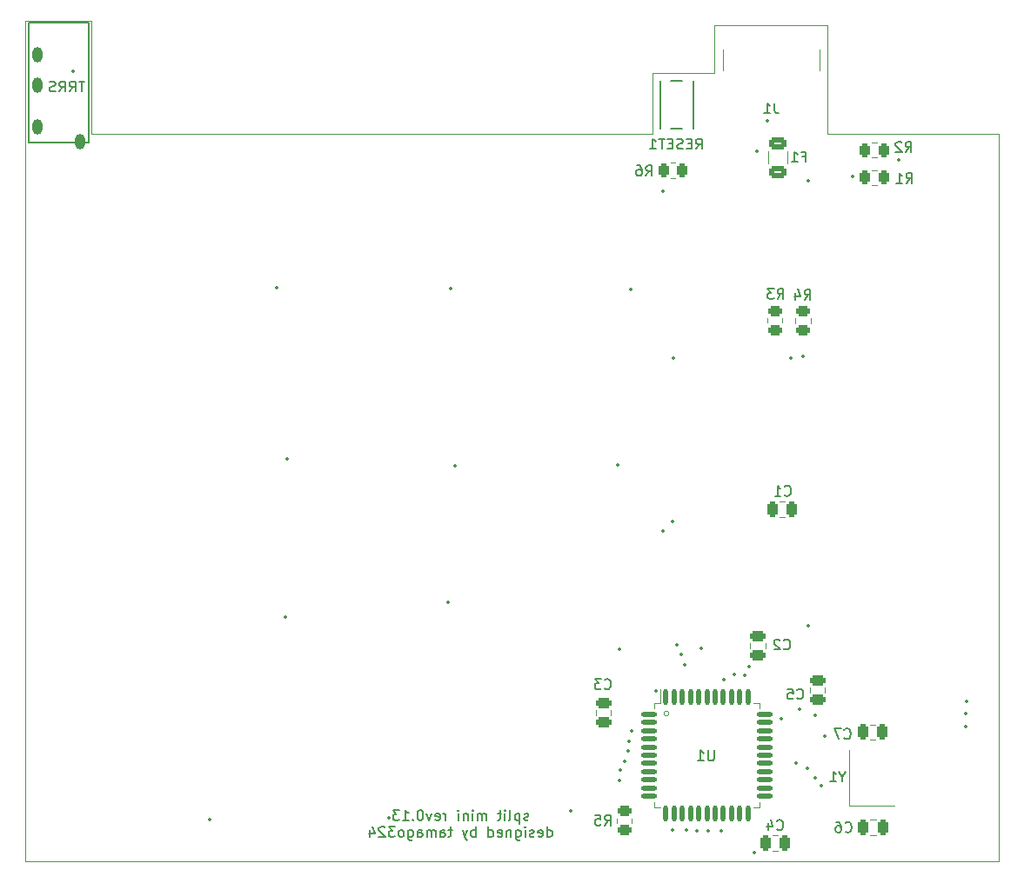
<source format=gbr>
%TF.GenerationSoftware,KiCad,Pcbnew,(6.0.9)*%
%TF.CreationDate,2023-01-09T12:39:33+09:00*%
%TF.ProjectId,split-mini__right,73706c69-742d-46d6-996e-695f5f726967,rev?*%
%TF.SameCoordinates,Original*%
%TF.FileFunction,Legend,Bot*%
%TF.FilePolarity,Positive*%
%FSLAX46Y46*%
G04 Gerber Fmt 4.6, Leading zero omitted, Abs format (unit mm)*
G04 Created by KiCad (PCBNEW (6.0.9)) date 2023-01-09 12:39:33*
%MOMM*%
%LPD*%
G01*
G04 APERTURE LIST*
G04 Aperture macros list*
%AMRoundRect*
0 Rectangle with rounded corners*
0 $1 Rounding radius*
0 $2 $3 $4 $5 $6 $7 $8 $9 X,Y pos of 4 corners*
0 Add a 4 corners polygon primitive as box body*
4,1,4,$2,$3,$4,$5,$6,$7,$8,$9,$2,$3,0*
0 Add four circle primitives for the rounded corners*
1,1,$1+$1,$2,$3*
1,1,$1+$1,$4,$5*
1,1,$1+$1,$6,$7*
1,1,$1+$1,$8,$9*
0 Add four rect primitives between the rounded corners*
20,1,$1+$1,$2,$3,$4,$5,0*
20,1,$1+$1,$4,$5,$6,$7,0*
20,1,$1+$1,$6,$7,$8,$9,0*
20,1,$1+$1,$8,$9,$2,$3,0*%
G04 Aperture macros list end*
%ADD10C,0.100000*%
%TA.AperFunction,Profile*%
%ADD11C,0.100000*%
%TD*%
%ADD12C,0.200000*%
%ADD13C,0.150000*%
%ADD14C,0.120000*%
%ADD15C,0.350000*%
%ADD16O,0.600000X1.400000*%
%ADD17O,0.600000X1.700000*%
%ADD18O,1.000000X1.500000*%
%ADD19C,1.900000*%
%ADD20C,3.000000*%
%ADD21C,4.100000*%
%ADD22R,2.550000X2.500000*%
%ADD23C,0.650000*%
%ADD24R,0.580000X1.400000*%
%ADD25R,0.280000X1.400000*%
%ADD26O,1.000000X1.800000*%
%ADD27O,1.000000X2.100000*%
%ADD28RoundRect,0.137500X-0.137500X0.600000X-0.137500X-0.600000X0.137500X-0.600000X0.137500X0.600000X0*%
%ADD29RoundRect,0.137500X-0.600000X0.137500X-0.600000X-0.137500X0.600000X-0.137500X0.600000X0.137500X0*%
%ADD30RoundRect,0.250000X-0.625000X0.375000X-0.625000X-0.375000X0.625000X-0.375000X0.625000X0.375000X0*%
%ADD31RoundRect,0.250000X0.450000X-0.262500X0.450000X0.262500X-0.450000X0.262500X-0.450000X-0.262500X0*%
%ADD32RoundRect,0.250000X-0.262500X-0.450000X0.262500X-0.450000X0.262500X0.450000X-0.262500X0.450000X0*%
%ADD33RoundRect,0.250000X-0.475000X0.250000X-0.475000X-0.250000X0.475000X-0.250000X0.475000X0.250000X0*%
%ADD34C,1.200000*%
%ADD35RoundRect,0.250000X0.250000X0.475000X-0.250000X0.475000X-0.250000X-0.475000X0.250000X-0.475000X0*%
%ADD36R,0.650000X1.050000*%
%ADD37R,1.800000X2.100000*%
%ADD38RoundRect,0.250000X-0.250000X-0.475000X0.250000X-0.475000X0.250000X0.475000X-0.250000X0.475000X0*%
%ADD39RoundRect,0.250000X0.262500X0.450000X-0.262500X0.450000X-0.262500X-0.450000X0.262500X-0.450000X0*%
%ADD40RoundRect,0.250000X-0.450000X0.262500X-0.450000X-0.262500X0.450000X-0.262500X0.450000X0.262500X0*%
G04 APERTURE END LIST*
D10*
X85831982Y-86760000D02*
G75*
G03*
X85831982Y-86760000I-246982J0D01*
G01*
D11*
X90236197Y-19693424D02*
X101236197Y-19693424D01*
X117950000Y-101175000D02*
X23150000Y-101175000D01*
X117950000Y-30325000D02*
X117950000Y-101175000D01*
X23150000Y-101175000D02*
X23150000Y-19325000D01*
X29650000Y-30325000D02*
X84236197Y-30325000D01*
X29650000Y-19325000D02*
X29650000Y-30325000D01*
X84236197Y-30325000D02*
X84236197Y-24325000D01*
X101236197Y-19693424D02*
X101236197Y-30325000D01*
X84236197Y-24325000D02*
X90236197Y-24325000D01*
X90236197Y-24325000D02*
X90236197Y-19693424D01*
X101236197Y-30325000D02*
X117950000Y-30325000D01*
X23150000Y-19325000D02*
X29650000Y-19325000D01*
D12*
X72145238Y-97124761D02*
X72050000Y-97172380D01*
X71859523Y-97172380D01*
X71764285Y-97124761D01*
X71716666Y-97029523D01*
X71716666Y-96981904D01*
X71764285Y-96886666D01*
X71859523Y-96839047D01*
X72002380Y-96839047D01*
X72097619Y-96791428D01*
X72145238Y-96696190D01*
X72145238Y-96648571D01*
X72097619Y-96553333D01*
X72002380Y-96505714D01*
X71859523Y-96505714D01*
X71764285Y-96553333D01*
X71288095Y-96505714D02*
X71288095Y-97505714D01*
X71288095Y-96553333D02*
X71192857Y-96505714D01*
X71002380Y-96505714D01*
X70907142Y-96553333D01*
X70859523Y-96600952D01*
X70811904Y-96696190D01*
X70811904Y-96981904D01*
X70859523Y-97077142D01*
X70907142Y-97124761D01*
X71002380Y-97172380D01*
X71192857Y-97172380D01*
X71288095Y-97124761D01*
X70240476Y-97172380D02*
X70335714Y-97124761D01*
X70383333Y-97029523D01*
X70383333Y-96172380D01*
X69859523Y-97172380D02*
X69859523Y-96505714D01*
X69859523Y-96172380D02*
X69907142Y-96220000D01*
X69859523Y-96267619D01*
X69811904Y-96220000D01*
X69859523Y-96172380D01*
X69859523Y-96267619D01*
X69526190Y-96505714D02*
X69145238Y-96505714D01*
X69383333Y-96172380D02*
X69383333Y-97029523D01*
X69335714Y-97124761D01*
X69240476Y-97172380D01*
X69145238Y-97172380D01*
X68050000Y-97172380D02*
X68050000Y-96505714D01*
X68050000Y-96600952D02*
X68002380Y-96553333D01*
X67907142Y-96505714D01*
X67764285Y-96505714D01*
X67669047Y-96553333D01*
X67621428Y-96648571D01*
X67621428Y-97172380D01*
X67621428Y-96648571D02*
X67573809Y-96553333D01*
X67478571Y-96505714D01*
X67335714Y-96505714D01*
X67240476Y-96553333D01*
X67192857Y-96648571D01*
X67192857Y-97172380D01*
X66716666Y-97172380D02*
X66716666Y-96505714D01*
X66716666Y-96172380D02*
X66764285Y-96220000D01*
X66716666Y-96267619D01*
X66669047Y-96220000D01*
X66716666Y-96172380D01*
X66716666Y-96267619D01*
X66240476Y-96505714D02*
X66240476Y-97172380D01*
X66240476Y-96600952D02*
X66192857Y-96553333D01*
X66097619Y-96505714D01*
X65954761Y-96505714D01*
X65859523Y-96553333D01*
X65811904Y-96648571D01*
X65811904Y-97172380D01*
X65335714Y-97172380D02*
X65335714Y-96505714D01*
X65335714Y-96172380D02*
X65383333Y-96220000D01*
X65335714Y-96267619D01*
X65288095Y-96220000D01*
X65335714Y-96172380D01*
X65335714Y-96267619D01*
X64097619Y-97172380D02*
X64097619Y-96505714D01*
X64097619Y-96696190D02*
X64050000Y-96600952D01*
X64002380Y-96553333D01*
X63907142Y-96505714D01*
X63811904Y-96505714D01*
X63097619Y-97124761D02*
X63192857Y-97172380D01*
X63383333Y-97172380D01*
X63478571Y-97124761D01*
X63526190Y-97029523D01*
X63526190Y-96648571D01*
X63478571Y-96553333D01*
X63383333Y-96505714D01*
X63192857Y-96505714D01*
X63097619Y-96553333D01*
X63050000Y-96648571D01*
X63050000Y-96743809D01*
X63526190Y-96839047D01*
X62716666Y-96505714D02*
X62478571Y-97172380D01*
X62240476Y-96505714D01*
X61669047Y-96172380D02*
X61573809Y-96172380D01*
X61478571Y-96220000D01*
X61430952Y-96267619D01*
X61383333Y-96362857D01*
X61335714Y-96553333D01*
X61335714Y-96791428D01*
X61383333Y-96981904D01*
X61430952Y-97077142D01*
X61478571Y-97124761D01*
X61573809Y-97172380D01*
X61669047Y-97172380D01*
X61764285Y-97124761D01*
X61811904Y-97077142D01*
X61859523Y-96981904D01*
X61907142Y-96791428D01*
X61907142Y-96553333D01*
X61859523Y-96362857D01*
X61811904Y-96267619D01*
X61764285Y-96220000D01*
X61669047Y-96172380D01*
X60907142Y-97077142D02*
X60859523Y-97124761D01*
X60907142Y-97172380D01*
X60954761Y-97124761D01*
X60907142Y-97077142D01*
X60907142Y-97172380D01*
X59907142Y-97172380D02*
X60478571Y-97172380D01*
X60192857Y-97172380D02*
X60192857Y-96172380D01*
X60288095Y-96315238D01*
X60383333Y-96410476D01*
X60478571Y-96458095D01*
X59573809Y-96172380D02*
X58954761Y-96172380D01*
X59288095Y-96553333D01*
X59145238Y-96553333D01*
X59050000Y-96600952D01*
X59002380Y-96648571D01*
X58954761Y-96743809D01*
X58954761Y-96981904D01*
X59002380Y-97077142D01*
X59050000Y-97124761D01*
X59145238Y-97172380D01*
X59430952Y-97172380D01*
X59526190Y-97124761D01*
X59573809Y-97077142D01*
X73978571Y-98782380D02*
X73978571Y-97782380D01*
X73978571Y-98734761D02*
X74073809Y-98782380D01*
X74264285Y-98782380D01*
X74359523Y-98734761D01*
X74407142Y-98687142D01*
X74454761Y-98591904D01*
X74454761Y-98306190D01*
X74407142Y-98210952D01*
X74359523Y-98163333D01*
X74264285Y-98115714D01*
X74073809Y-98115714D01*
X73978571Y-98163333D01*
X73121428Y-98734761D02*
X73216666Y-98782380D01*
X73407142Y-98782380D01*
X73502380Y-98734761D01*
X73550000Y-98639523D01*
X73550000Y-98258571D01*
X73502380Y-98163333D01*
X73407142Y-98115714D01*
X73216666Y-98115714D01*
X73121428Y-98163333D01*
X73073809Y-98258571D01*
X73073809Y-98353809D01*
X73550000Y-98449047D01*
X72692857Y-98734761D02*
X72597619Y-98782380D01*
X72407142Y-98782380D01*
X72311904Y-98734761D01*
X72264285Y-98639523D01*
X72264285Y-98591904D01*
X72311904Y-98496666D01*
X72407142Y-98449047D01*
X72550000Y-98449047D01*
X72645238Y-98401428D01*
X72692857Y-98306190D01*
X72692857Y-98258571D01*
X72645238Y-98163333D01*
X72550000Y-98115714D01*
X72407142Y-98115714D01*
X72311904Y-98163333D01*
X71835714Y-98782380D02*
X71835714Y-98115714D01*
X71835714Y-97782380D02*
X71883333Y-97830000D01*
X71835714Y-97877619D01*
X71788095Y-97830000D01*
X71835714Y-97782380D01*
X71835714Y-97877619D01*
X70930952Y-98115714D02*
X70930952Y-98925238D01*
X70978571Y-99020476D01*
X71026190Y-99068095D01*
X71121428Y-99115714D01*
X71264285Y-99115714D01*
X71359523Y-99068095D01*
X70930952Y-98734761D02*
X71026190Y-98782380D01*
X71216666Y-98782380D01*
X71311904Y-98734761D01*
X71359523Y-98687142D01*
X71407142Y-98591904D01*
X71407142Y-98306190D01*
X71359523Y-98210952D01*
X71311904Y-98163333D01*
X71216666Y-98115714D01*
X71026190Y-98115714D01*
X70930952Y-98163333D01*
X70454761Y-98115714D02*
X70454761Y-98782380D01*
X70454761Y-98210952D02*
X70407142Y-98163333D01*
X70311904Y-98115714D01*
X70169047Y-98115714D01*
X70073809Y-98163333D01*
X70026190Y-98258571D01*
X70026190Y-98782380D01*
X69169047Y-98734761D02*
X69264285Y-98782380D01*
X69454761Y-98782380D01*
X69550000Y-98734761D01*
X69597619Y-98639523D01*
X69597619Y-98258571D01*
X69550000Y-98163333D01*
X69454761Y-98115714D01*
X69264285Y-98115714D01*
X69169047Y-98163333D01*
X69121428Y-98258571D01*
X69121428Y-98353809D01*
X69597619Y-98449047D01*
X68264285Y-98782380D02*
X68264285Y-97782380D01*
X68264285Y-98734761D02*
X68359523Y-98782380D01*
X68550000Y-98782380D01*
X68645238Y-98734761D01*
X68692857Y-98687142D01*
X68740476Y-98591904D01*
X68740476Y-98306190D01*
X68692857Y-98210952D01*
X68645238Y-98163333D01*
X68550000Y-98115714D01*
X68359523Y-98115714D01*
X68264285Y-98163333D01*
X67026190Y-98782380D02*
X67026190Y-97782380D01*
X67026190Y-98163333D02*
X66930952Y-98115714D01*
X66740476Y-98115714D01*
X66645238Y-98163333D01*
X66597619Y-98210952D01*
X66550000Y-98306190D01*
X66550000Y-98591904D01*
X66597619Y-98687142D01*
X66645238Y-98734761D01*
X66740476Y-98782380D01*
X66930952Y-98782380D01*
X67026190Y-98734761D01*
X66216666Y-98115714D02*
X65978571Y-98782380D01*
X65740476Y-98115714D02*
X65978571Y-98782380D01*
X66073809Y-99020476D01*
X66121428Y-99068095D01*
X66216666Y-99115714D01*
X64740476Y-98115714D02*
X64359523Y-98115714D01*
X64597619Y-97782380D02*
X64597619Y-98639523D01*
X64550000Y-98734761D01*
X64454761Y-98782380D01*
X64359523Y-98782380D01*
X63597619Y-98782380D02*
X63597619Y-98258571D01*
X63645238Y-98163333D01*
X63740476Y-98115714D01*
X63930952Y-98115714D01*
X64026190Y-98163333D01*
X63597619Y-98734761D02*
X63692857Y-98782380D01*
X63930952Y-98782380D01*
X64026190Y-98734761D01*
X64073809Y-98639523D01*
X64073809Y-98544285D01*
X64026190Y-98449047D01*
X63930952Y-98401428D01*
X63692857Y-98401428D01*
X63597619Y-98353809D01*
X63121428Y-98782380D02*
X63121428Y-98115714D01*
X63121428Y-98210952D02*
X63073809Y-98163333D01*
X62978571Y-98115714D01*
X62835714Y-98115714D01*
X62740476Y-98163333D01*
X62692857Y-98258571D01*
X62692857Y-98782380D01*
X62692857Y-98258571D02*
X62645238Y-98163333D01*
X62550000Y-98115714D01*
X62407142Y-98115714D01*
X62311904Y-98163333D01*
X62264285Y-98258571D01*
X62264285Y-98782380D01*
X61359523Y-98782380D02*
X61359523Y-98258571D01*
X61407142Y-98163333D01*
X61502380Y-98115714D01*
X61692857Y-98115714D01*
X61788095Y-98163333D01*
X61359523Y-98734761D02*
X61454761Y-98782380D01*
X61692857Y-98782380D01*
X61788095Y-98734761D01*
X61835714Y-98639523D01*
X61835714Y-98544285D01*
X61788095Y-98449047D01*
X61692857Y-98401428D01*
X61454761Y-98401428D01*
X61359523Y-98353809D01*
X60454761Y-98115714D02*
X60454761Y-98925238D01*
X60502380Y-99020476D01*
X60550000Y-99068095D01*
X60645238Y-99115714D01*
X60788095Y-99115714D01*
X60883333Y-99068095D01*
X60454761Y-98734761D02*
X60550000Y-98782380D01*
X60740476Y-98782380D01*
X60835714Y-98734761D01*
X60883333Y-98687142D01*
X60930952Y-98591904D01*
X60930952Y-98306190D01*
X60883333Y-98210952D01*
X60835714Y-98163333D01*
X60740476Y-98115714D01*
X60550000Y-98115714D01*
X60454761Y-98163333D01*
X59835714Y-98782380D02*
X59930952Y-98734761D01*
X59978571Y-98687142D01*
X60026190Y-98591904D01*
X60026190Y-98306190D01*
X59978571Y-98210952D01*
X59930952Y-98163333D01*
X59835714Y-98115714D01*
X59692857Y-98115714D01*
X59597619Y-98163333D01*
X59550000Y-98210952D01*
X59502380Y-98306190D01*
X59502380Y-98591904D01*
X59550000Y-98687142D01*
X59597619Y-98734761D01*
X59692857Y-98782380D01*
X59835714Y-98782380D01*
X59169047Y-97782380D02*
X58550000Y-97782380D01*
X58883333Y-98163333D01*
X58740476Y-98163333D01*
X58645238Y-98210952D01*
X58597619Y-98258571D01*
X58550000Y-98353809D01*
X58550000Y-98591904D01*
X58597619Y-98687142D01*
X58645238Y-98734761D01*
X58740476Y-98782380D01*
X59026190Y-98782380D01*
X59121428Y-98734761D01*
X59169047Y-98687142D01*
X58169047Y-97877619D02*
X58121428Y-97830000D01*
X58026190Y-97782380D01*
X57788095Y-97782380D01*
X57692857Y-97830000D01*
X57645238Y-97877619D01*
X57597619Y-97972857D01*
X57597619Y-98068095D01*
X57645238Y-98210952D01*
X58216666Y-98782380D01*
X57597619Y-98782380D01*
X56740476Y-98115714D02*
X56740476Y-98782380D01*
X56978571Y-97734761D02*
X57216666Y-98449047D01*
X56597619Y-98449047D01*
D13*
%TO.C,J1*%
X96083333Y-27287380D02*
X96083333Y-28001666D01*
X96130952Y-28144523D01*
X96226190Y-28239761D01*
X96369047Y-28287380D01*
X96464285Y-28287380D01*
X95083333Y-28287380D02*
X95654761Y-28287380D01*
X95369047Y-28287380D02*
X95369047Y-27287380D01*
X95464285Y-27430238D01*
X95559523Y-27525476D01*
X95654761Y-27573095D01*
%TO.C,U1*%
X90206904Y-90357380D02*
X90206904Y-91166904D01*
X90159285Y-91262142D01*
X90111666Y-91309761D01*
X90016428Y-91357380D01*
X89825952Y-91357380D01*
X89730714Y-91309761D01*
X89683095Y-91262142D01*
X89635476Y-91166904D01*
X89635476Y-90357380D01*
X88635476Y-91357380D02*
X89206904Y-91357380D01*
X88921190Y-91357380D02*
X88921190Y-90357380D01*
X89016428Y-90500238D01*
X89111666Y-90595476D01*
X89206904Y-90643095D01*
%TO.C,F1*%
X98823333Y-32508571D02*
X99156666Y-32508571D01*
X99156666Y-33032380D02*
X99156666Y-32032380D01*
X98680476Y-32032380D01*
X97775714Y-33032380D02*
X98347142Y-33032380D01*
X98061428Y-33032380D02*
X98061428Y-32032380D01*
X98156666Y-32175238D01*
X98251904Y-32270476D01*
X98347142Y-32318095D01*
%TO.C,R5*%
X79566666Y-97652380D02*
X79900000Y-97176190D01*
X80138095Y-97652380D02*
X80138095Y-96652380D01*
X79757142Y-96652380D01*
X79661904Y-96700000D01*
X79614285Y-96747619D01*
X79566666Y-96842857D01*
X79566666Y-96985714D01*
X79614285Y-97080952D01*
X79661904Y-97128571D01*
X79757142Y-97176190D01*
X80138095Y-97176190D01*
X78661904Y-96652380D02*
X79138095Y-96652380D01*
X79185714Y-97128571D01*
X79138095Y-97080952D01*
X79042857Y-97033333D01*
X78804761Y-97033333D01*
X78709523Y-97080952D01*
X78661904Y-97128571D01*
X78614285Y-97223809D01*
X78614285Y-97461904D01*
X78661904Y-97557142D01*
X78709523Y-97604761D01*
X78804761Y-97652380D01*
X79042857Y-97652380D01*
X79138095Y-97604761D01*
X79185714Y-97557142D01*
%TO.C,R1*%
X108926666Y-35092380D02*
X109260000Y-34616190D01*
X109498095Y-35092380D02*
X109498095Y-34092380D01*
X109117142Y-34092380D01*
X109021904Y-34140000D01*
X108974285Y-34187619D01*
X108926666Y-34282857D01*
X108926666Y-34425714D01*
X108974285Y-34520952D01*
X109021904Y-34568571D01*
X109117142Y-34616190D01*
X109498095Y-34616190D01*
X107974285Y-35092380D02*
X108545714Y-35092380D01*
X108260000Y-35092380D02*
X108260000Y-34092380D01*
X108355238Y-34235238D01*
X108450476Y-34330476D01*
X108545714Y-34378095D01*
%TO.C,C5*%
X98291666Y-85257142D02*
X98339285Y-85304761D01*
X98482142Y-85352380D01*
X98577380Y-85352380D01*
X98720238Y-85304761D01*
X98815476Y-85209523D01*
X98863095Y-85114285D01*
X98910714Y-84923809D01*
X98910714Y-84780952D01*
X98863095Y-84590476D01*
X98815476Y-84495238D01*
X98720238Y-84400000D01*
X98577380Y-84352380D01*
X98482142Y-84352380D01*
X98339285Y-84400000D01*
X98291666Y-84447619D01*
X97386904Y-84352380D02*
X97863095Y-84352380D01*
X97910714Y-84828571D01*
X97863095Y-84780952D01*
X97767857Y-84733333D01*
X97529761Y-84733333D01*
X97434523Y-84780952D01*
X97386904Y-84828571D01*
X97339285Y-84923809D01*
X97339285Y-85161904D01*
X97386904Y-85257142D01*
X97434523Y-85304761D01*
X97529761Y-85352380D01*
X97767857Y-85352380D01*
X97863095Y-85304761D01*
X97910714Y-85257142D01*
%TO.C,J2*%
X28961904Y-25177380D02*
X28390476Y-25177380D01*
X28676190Y-26177380D02*
X28676190Y-25177380D01*
X27485714Y-26177380D02*
X27819047Y-25701190D01*
X28057142Y-26177380D02*
X28057142Y-25177380D01*
X27676190Y-25177380D01*
X27580952Y-25225000D01*
X27533333Y-25272619D01*
X27485714Y-25367857D01*
X27485714Y-25510714D01*
X27533333Y-25605952D01*
X27580952Y-25653571D01*
X27676190Y-25701190D01*
X28057142Y-25701190D01*
X26485714Y-26177380D02*
X26819047Y-25701190D01*
X27057142Y-26177380D02*
X27057142Y-25177380D01*
X26676190Y-25177380D01*
X26580952Y-25225000D01*
X26533333Y-25272619D01*
X26485714Y-25367857D01*
X26485714Y-25510714D01*
X26533333Y-25605952D01*
X26580952Y-25653571D01*
X26676190Y-25701190D01*
X27057142Y-25701190D01*
X26104761Y-26129761D02*
X25961904Y-26177380D01*
X25723809Y-26177380D01*
X25628571Y-26129761D01*
X25580952Y-26082142D01*
X25533333Y-25986904D01*
X25533333Y-25891666D01*
X25580952Y-25796428D01*
X25628571Y-25748809D01*
X25723809Y-25701190D01*
X25914285Y-25653571D01*
X26009523Y-25605952D01*
X26057142Y-25558333D01*
X26104761Y-25463095D01*
X26104761Y-25367857D01*
X26057142Y-25272619D01*
X26009523Y-25225000D01*
X25914285Y-25177380D01*
X25676190Y-25177380D01*
X25533333Y-25225000D01*
%TO.C,C7*%
X102891666Y-89147142D02*
X102939285Y-89194761D01*
X103082142Y-89242380D01*
X103177380Y-89242380D01*
X103320238Y-89194761D01*
X103415476Y-89099523D01*
X103463095Y-89004285D01*
X103510714Y-88813809D01*
X103510714Y-88670952D01*
X103463095Y-88480476D01*
X103415476Y-88385238D01*
X103320238Y-88290000D01*
X103177380Y-88242380D01*
X103082142Y-88242380D01*
X102939285Y-88290000D01*
X102891666Y-88337619D01*
X102558333Y-88242380D02*
X101891666Y-88242380D01*
X102320238Y-89242380D01*
%TO.C,R2*%
X108839166Y-32072380D02*
X109172500Y-31596190D01*
X109410595Y-32072380D02*
X109410595Y-31072380D01*
X109029642Y-31072380D01*
X108934404Y-31120000D01*
X108886785Y-31167619D01*
X108839166Y-31262857D01*
X108839166Y-31405714D01*
X108886785Y-31500952D01*
X108934404Y-31548571D01*
X109029642Y-31596190D01*
X109410595Y-31596190D01*
X108458214Y-31167619D02*
X108410595Y-31120000D01*
X108315357Y-31072380D01*
X108077261Y-31072380D01*
X107982023Y-31120000D01*
X107934404Y-31167619D01*
X107886785Y-31262857D01*
X107886785Y-31358095D01*
X107934404Y-31500952D01*
X108505833Y-32072380D01*
X107886785Y-32072380D01*
%TO.C,RESET1*%
X88453571Y-31772380D02*
X88786904Y-31296190D01*
X89025000Y-31772380D02*
X89025000Y-30772380D01*
X88644047Y-30772380D01*
X88548809Y-30820000D01*
X88501190Y-30867619D01*
X88453571Y-30962857D01*
X88453571Y-31105714D01*
X88501190Y-31200952D01*
X88548809Y-31248571D01*
X88644047Y-31296190D01*
X89025000Y-31296190D01*
X88025000Y-31248571D02*
X87691666Y-31248571D01*
X87548809Y-31772380D02*
X88025000Y-31772380D01*
X88025000Y-30772380D01*
X87548809Y-30772380D01*
X87167857Y-31724761D02*
X87025000Y-31772380D01*
X86786904Y-31772380D01*
X86691666Y-31724761D01*
X86644047Y-31677142D01*
X86596428Y-31581904D01*
X86596428Y-31486666D01*
X86644047Y-31391428D01*
X86691666Y-31343809D01*
X86786904Y-31296190D01*
X86977380Y-31248571D01*
X87072619Y-31200952D01*
X87120238Y-31153333D01*
X87167857Y-31058095D01*
X87167857Y-30962857D01*
X87120238Y-30867619D01*
X87072619Y-30820000D01*
X86977380Y-30772380D01*
X86739285Y-30772380D01*
X86596428Y-30820000D01*
X86167857Y-31248571D02*
X85834523Y-31248571D01*
X85691666Y-31772380D02*
X86167857Y-31772380D01*
X86167857Y-30772380D01*
X85691666Y-30772380D01*
X85405952Y-30772380D02*
X84834523Y-30772380D01*
X85120238Y-31772380D02*
X85120238Y-30772380D01*
X83977380Y-31772380D02*
X84548809Y-31772380D01*
X84263095Y-31772380D02*
X84263095Y-30772380D01*
X84358333Y-30915238D01*
X84453571Y-31010476D01*
X84548809Y-31058095D01*
%TO.C,Y1*%
X102701190Y-92926190D02*
X102701190Y-93402380D01*
X103034523Y-92402380D02*
X102701190Y-92926190D01*
X102367857Y-92402380D01*
X101510714Y-93402380D02*
X102082142Y-93402380D01*
X101796428Y-93402380D02*
X101796428Y-92402380D01*
X101891666Y-92545238D01*
X101986904Y-92640476D01*
X102082142Y-92688095D01*
%TO.C,C4*%
X96331666Y-98032142D02*
X96379285Y-98079761D01*
X96522142Y-98127380D01*
X96617380Y-98127380D01*
X96760238Y-98079761D01*
X96855476Y-97984523D01*
X96903095Y-97889285D01*
X96950714Y-97698809D01*
X96950714Y-97555952D01*
X96903095Y-97365476D01*
X96855476Y-97270238D01*
X96760238Y-97175000D01*
X96617380Y-97127380D01*
X96522142Y-97127380D01*
X96379285Y-97175000D01*
X96331666Y-97222619D01*
X95474523Y-97460714D02*
X95474523Y-98127380D01*
X95712619Y-97079761D02*
X95950714Y-97794047D01*
X95331666Y-97794047D01*
%TO.C,C2*%
X96991666Y-80432142D02*
X97039285Y-80479761D01*
X97182142Y-80527380D01*
X97277380Y-80527380D01*
X97420238Y-80479761D01*
X97515476Y-80384523D01*
X97563095Y-80289285D01*
X97610714Y-80098809D01*
X97610714Y-79955952D01*
X97563095Y-79765476D01*
X97515476Y-79670238D01*
X97420238Y-79575000D01*
X97277380Y-79527380D01*
X97182142Y-79527380D01*
X97039285Y-79575000D01*
X96991666Y-79622619D01*
X96610714Y-79622619D02*
X96563095Y-79575000D01*
X96467857Y-79527380D01*
X96229761Y-79527380D01*
X96134523Y-79575000D01*
X96086904Y-79622619D01*
X96039285Y-79717857D01*
X96039285Y-79813095D01*
X96086904Y-79955952D01*
X96658333Y-80527380D01*
X96039285Y-80527380D01*
%TO.C,R6*%
X83591666Y-34377380D02*
X83925000Y-33901190D01*
X84163095Y-34377380D02*
X84163095Y-33377380D01*
X83782142Y-33377380D01*
X83686904Y-33425000D01*
X83639285Y-33472619D01*
X83591666Y-33567857D01*
X83591666Y-33710714D01*
X83639285Y-33805952D01*
X83686904Y-33853571D01*
X83782142Y-33901190D01*
X84163095Y-33901190D01*
X82734523Y-33377380D02*
X82925000Y-33377380D01*
X83020238Y-33425000D01*
X83067857Y-33472619D01*
X83163095Y-33615476D01*
X83210714Y-33805952D01*
X83210714Y-34186904D01*
X83163095Y-34282142D01*
X83115476Y-34329761D01*
X83020238Y-34377380D01*
X82829761Y-34377380D01*
X82734523Y-34329761D01*
X82686904Y-34282142D01*
X82639285Y-34186904D01*
X82639285Y-33948809D01*
X82686904Y-33853571D01*
X82734523Y-33805952D01*
X82829761Y-33758333D01*
X83020238Y-33758333D01*
X83115476Y-33805952D01*
X83163095Y-33853571D01*
X83210714Y-33948809D01*
%TO.C,C6*%
X102981666Y-98247142D02*
X103029285Y-98294761D01*
X103172142Y-98342380D01*
X103267380Y-98342380D01*
X103410238Y-98294761D01*
X103505476Y-98199523D01*
X103553095Y-98104285D01*
X103600714Y-97913809D01*
X103600714Y-97770952D01*
X103553095Y-97580476D01*
X103505476Y-97485238D01*
X103410238Y-97390000D01*
X103267380Y-97342380D01*
X103172142Y-97342380D01*
X103029285Y-97390000D01*
X102981666Y-97437619D01*
X102124523Y-97342380D02*
X102315000Y-97342380D01*
X102410238Y-97390000D01*
X102457857Y-97437619D01*
X102553095Y-97580476D01*
X102600714Y-97770952D01*
X102600714Y-98151904D01*
X102553095Y-98247142D01*
X102505476Y-98294761D01*
X102410238Y-98342380D01*
X102219761Y-98342380D01*
X102124523Y-98294761D01*
X102076904Y-98247142D01*
X102029285Y-98151904D01*
X102029285Y-97913809D01*
X102076904Y-97818571D01*
X102124523Y-97770952D01*
X102219761Y-97723333D01*
X102410238Y-97723333D01*
X102505476Y-97770952D01*
X102553095Y-97818571D01*
X102600714Y-97913809D01*
%TO.C,R4*%
X99011666Y-46449880D02*
X99345000Y-45973690D01*
X99583095Y-46449880D02*
X99583095Y-45449880D01*
X99202142Y-45449880D01*
X99106904Y-45497500D01*
X99059285Y-45545119D01*
X99011666Y-45640357D01*
X99011666Y-45783214D01*
X99059285Y-45878452D01*
X99106904Y-45926071D01*
X99202142Y-45973690D01*
X99583095Y-45973690D01*
X98154523Y-45783214D02*
X98154523Y-46449880D01*
X98392619Y-45402261D02*
X98630714Y-46116547D01*
X98011666Y-46116547D01*
%TO.C,R3*%
X96381666Y-46369880D02*
X96715000Y-45893690D01*
X96953095Y-46369880D02*
X96953095Y-45369880D01*
X96572142Y-45369880D01*
X96476904Y-45417500D01*
X96429285Y-45465119D01*
X96381666Y-45560357D01*
X96381666Y-45703214D01*
X96429285Y-45798452D01*
X96476904Y-45846071D01*
X96572142Y-45893690D01*
X96953095Y-45893690D01*
X96048333Y-45369880D02*
X95429285Y-45369880D01*
X95762619Y-45750833D01*
X95619761Y-45750833D01*
X95524523Y-45798452D01*
X95476904Y-45846071D01*
X95429285Y-45941309D01*
X95429285Y-46179404D01*
X95476904Y-46274642D01*
X95524523Y-46322261D01*
X95619761Y-46369880D01*
X95905476Y-46369880D01*
X96000714Y-46322261D01*
X96048333Y-46274642D01*
%TO.C,C3*%
X79566666Y-84307142D02*
X79614285Y-84354761D01*
X79757142Y-84402380D01*
X79852380Y-84402380D01*
X79995238Y-84354761D01*
X80090476Y-84259523D01*
X80138095Y-84164285D01*
X80185714Y-83973809D01*
X80185714Y-83830952D01*
X80138095Y-83640476D01*
X80090476Y-83545238D01*
X79995238Y-83450000D01*
X79852380Y-83402380D01*
X79757142Y-83402380D01*
X79614285Y-83450000D01*
X79566666Y-83497619D01*
X79233333Y-83402380D02*
X78614285Y-83402380D01*
X78947619Y-83783333D01*
X78804761Y-83783333D01*
X78709523Y-83830952D01*
X78661904Y-83878571D01*
X78614285Y-83973809D01*
X78614285Y-84211904D01*
X78661904Y-84307142D01*
X78709523Y-84354761D01*
X78804761Y-84402380D01*
X79090476Y-84402380D01*
X79185714Y-84354761D01*
X79233333Y-84307142D01*
%TO.C,C1*%
X97076666Y-65462142D02*
X97124285Y-65509761D01*
X97267142Y-65557380D01*
X97362380Y-65557380D01*
X97505238Y-65509761D01*
X97600476Y-65414523D01*
X97648095Y-65319285D01*
X97695714Y-65128809D01*
X97695714Y-64985952D01*
X97648095Y-64795476D01*
X97600476Y-64700238D01*
X97505238Y-64605000D01*
X97362380Y-64557380D01*
X97267142Y-64557380D01*
X97124285Y-64605000D01*
X97076666Y-64652619D01*
X96124285Y-65557380D02*
X96695714Y-65557380D01*
X96410000Y-65557380D02*
X96410000Y-64557380D01*
X96505238Y-64700238D01*
X96600476Y-64795476D01*
X96695714Y-64843095D01*
D14*
%TO.C,J1*%
X100450000Y-24090000D02*
X100450000Y-22090000D01*
X91050000Y-24090000D02*
X91050000Y-22090000D01*
%TO.C,U1*%
X84990000Y-85715000D02*
X84990000Y-84425000D01*
X84415000Y-86290000D02*
X84415000Y-85715000D01*
X94635000Y-85715000D02*
X94060000Y-85715000D01*
X94635000Y-95935000D02*
X94060000Y-95935000D01*
X94635000Y-95360000D02*
X94635000Y-95935000D01*
X84415000Y-95935000D02*
X84990000Y-95935000D01*
X84415000Y-85715000D02*
X84990000Y-85715000D01*
X84415000Y-95360000D02*
X84415000Y-95935000D01*
X94635000Y-86290000D02*
X94635000Y-85715000D01*
%TO.C,F1*%
X97335000Y-31997936D02*
X97335000Y-33202064D01*
X95515000Y-31997936D02*
X95515000Y-33202064D01*
%TO.C,R5*%
X80765000Y-97427064D02*
X80765000Y-96972936D01*
X82235000Y-97427064D02*
X82235000Y-96972936D01*
%TO.C,R1*%
X105597936Y-33815000D02*
X106052064Y-33815000D01*
X105597936Y-35285000D02*
X106052064Y-35285000D01*
%TO.C,C5*%
X99540000Y-84238748D02*
X99540000Y-84761252D01*
X101010000Y-84238748D02*
X101010000Y-84761252D01*
D13*
%TO.C,J2*%
X23550000Y-31175000D02*
X29350000Y-31175000D01*
X23550000Y-19425000D02*
X23550000Y-31175000D01*
X29350000Y-31175000D02*
X29350000Y-19425000D01*
X29350000Y-19425000D02*
X23550000Y-19425000D01*
D14*
%TO.C,C7*%
X105896252Y-89295000D02*
X105373748Y-89295000D01*
X105896252Y-87825000D02*
X105373748Y-87825000D01*
%TO.C,R2*%
X105577936Y-31125000D02*
X106032064Y-31125000D01*
X105577936Y-32595000D02*
X106032064Y-32595000D01*
D13*
%TO.C,RESET1*%
X88175000Y-29750000D02*
X88175000Y-25150000D01*
X84975000Y-25150000D02*
X84975000Y-29750000D01*
X87125000Y-25150000D02*
X86025000Y-25150000D01*
X86025000Y-29750000D02*
X87125000Y-29750000D01*
D14*
%TO.C,Y1*%
X107735000Y-95710000D02*
X103335000Y-95710000D01*
X103335000Y-95710000D02*
X103335000Y-90310000D01*
%TO.C,C4*%
X95923748Y-98640000D02*
X96446252Y-98640000D01*
X95923748Y-100110000D02*
X96446252Y-100110000D01*
%TO.C,C2*%
X93740000Y-79913748D02*
X93740000Y-80436252D01*
X95210000Y-79913748D02*
X95210000Y-80436252D01*
%TO.C,R6*%
X86452064Y-34585000D02*
X85997936Y-34585000D01*
X86452064Y-33115000D02*
X85997936Y-33115000D01*
%TO.C,C6*%
X105946252Y-97125000D02*
X105423748Y-97125000D01*
X105946252Y-98595000D02*
X105423748Y-98595000D01*
%TO.C,R4*%
X99610000Y-48260436D02*
X99610000Y-48714564D01*
X98140000Y-48260436D02*
X98140000Y-48714564D01*
%TO.C,R3*%
X96880000Y-48250436D02*
X96880000Y-48704564D01*
X95410000Y-48250436D02*
X95410000Y-48704564D01*
%TO.C,C3*%
X78715000Y-86438748D02*
X78715000Y-86961252D01*
X80185000Y-86438748D02*
X80185000Y-86961252D01*
%TO.C,C1*%
X96588748Y-67610000D02*
X97111252Y-67610000D01*
X96588748Y-66140000D02*
X97111252Y-66140000D01*
%TD*%
D15*
X27800000Y-24200000D03*
X108200000Y-32800000D03*
X41100000Y-97100000D03*
X90950000Y-98200000D03*
X58550000Y-96900000D03*
X89675000Y-98175000D03*
X76300000Y-96250000D03*
X88552262Y-98215632D03*
X48475000Y-77350000D03*
X87512500Y-98137500D03*
X86200000Y-98075000D03*
X64300000Y-75900000D03*
X48650000Y-61950000D03*
X81043566Y-93297605D03*
X65000000Y-62675000D03*
X81131794Y-92302005D03*
X80976305Y-80526305D03*
X81556248Y-91397105D03*
X80850000Y-62575000D03*
X81841185Y-90439077D03*
X47625000Y-45250000D03*
X81977407Y-89448901D03*
X64600000Y-45400000D03*
X82200000Y-88474500D03*
X82125000Y-45425000D03*
X84600000Y-84600000D03*
X94175000Y-100275000D03*
X98500000Y-86325000D03*
X86143357Y-68025500D03*
X88975000Y-80400000D03*
X85214500Y-69000000D03*
X86225000Y-52100000D03*
X85250000Y-35900000D03*
X93212500Y-83062500D03*
X92175000Y-82925000D03*
X91175000Y-83475000D03*
X98200000Y-91625000D03*
X96775000Y-87275000D03*
X94425000Y-31950000D03*
X114700000Y-88000000D03*
X100685199Y-93810276D03*
X114700000Y-86800000D03*
X100100000Y-93000000D03*
X100050000Y-86950000D03*
X101024799Y-88949799D03*
X87324500Y-82025500D03*
X93643741Y-82160815D03*
X99350000Y-34900000D03*
X99380787Y-78249143D03*
X103700000Y-34450000D03*
X95425000Y-29000000D03*
X86625000Y-80074500D03*
X97712500Y-52162500D03*
X87056186Y-80976212D03*
X98875000Y-52000000D03*
X99300000Y-92100000D03*
X114825000Y-85600000D03*
X79530000Y-73850000D03*
X69370000Y-73850000D03*
X70640000Y-71310000D03*
X76990000Y-68770000D03*
X74450000Y-73850000D03*
X113530000Y-80650000D03*
X108450000Y-80650000D03*
X104640000Y-78110000D03*
X103370000Y-80650000D03*
X110990000Y-75570000D03*
X52355000Y-56855000D03*
X62515000Y-56855000D03*
X59975000Y-51775000D03*
X57435000Y-56855000D03*
X53625000Y-54315000D03*
X69370000Y-39825000D03*
X70640000Y-37285000D03*
X74450000Y-39825000D03*
X76990000Y-34745000D03*
X79530000Y-39825000D03*
X42940000Y-51770000D03*
X35320000Y-56850000D03*
X40400000Y-56850000D03*
X45480000Y-56850000D03*
X36590000Y-54310000D03*
X53190000Y-86620000D03*
X45570000Y-91700000D03*
X50650000Y-91700000D03*
X46840000Y-89160000D03*
X55730000Y-91700000D03*
X93975000Y-71310000D03*
X87625000Y-73850000D03*
X91435000Y-76390000D03*
X96515000Y-76390000D03*
X86355000Y-76390000D03*
X87640000Y-56835000D03*
X91450000Y-59375000D03*
X93990000Y-54295000D03*
X96530000Y-59375000D03*
X86370000Y-59375000D03*
X70640000Y-54310000D03*
X69370000Y-56850000D03*
X74450000Y-56850000D03*
X76990000Y-51770000D03*
X79530000Y-56850000D03*
X113530000Y-63650000D03*
X108450000Y-63650000D03*
X103370000Y-63650000D03*
X104640000Y-61110000D03*
X110990000Y-58570000D03*
X40450000Y-73850000D03*
X36640000Y-71310000D03*
X45530000Y-73850000D03*
X42990000Y-68770000D03*
X35370000Y-73850000D03*
X35370000Y-39825000D03*
X45530000Y-39825000D03*
X36640000Y-37285000D03*
X42990000Y-34745000D03*
X40450000Y-39825000D03*
X53615000Y-71310000D03*
X62505000Y-73850000D03*
X59965000Y-68770000D03*
X52345000Y-73850000D03*
X57425000Y-73850000D03*
X113555000Y-46650000D03*
X103395000Y-46650000D03*
X111015000Y-41570000D03*
X104665000Y-44110000D03*
X108475000Y-46650000D03*
X52395000Y-39850000D03*
X57475000Y-39850000D03*
X60015000Y-34770000D03*
X53665000Y-37310000D03*
X62555000Y-39850000D03*
X28570000Y-91700000D03*
X36190000Y-86620000D03*
X38730000Y-91700000D03*
X29840000Y-89160000D03*
X33650000Y-91700000D03*
X91450000Y-42400000D03*
X96530000Y-42400000D03*
X86370000Y-42400000D03*
X87640000Y-39860000D03*
X93990000Y-37320000D03*
X62570000Y-91725000D03*
X70190000Y-86645000D03*
X63840000Y-89185000D03*
X72730000Y-91725000D03*
X67650000Y-91725000D03*
X92860000Y-24790000D03*
X98640000Y-24790000D03*
D16*
X100070000Y-21110000D03*
D17*
X91430000Y-25290000D03*
X100070000Y-25290000D03*
D16*
X91430000Y-21110000D03*
D15*
X26450000Y-27775000D03*
X26450000Y-20775000D03*
D18*
X28550000Y-31075000D03*
X24350000Y-22575000D03*
X24350000Y-25575000D03*
X24350000Y-29575000D03*
%LPC*%
D19*
%TO.C,SW13*%
X79530000Y-73850000D03*
X69370000Y-73850000D03*
D20*
X70640000Y-71310000D03*
X76990000Y-68770000D03*
D21*
X74450000Y-73850000D03*
D22*
X67365000Y-71310000D03*
X80292000Y-68770000D03*
%TD*%
D19*
%TO.C,SW15*%
X113530000Y-80650000D03*
D21*
X108450000Y-80650000D03*
D20*
X104640000Y-78110000D03*
D19*
X103370000Y-80650000D03*
D20*
X110990000Y-75570000D03*
D22*
X101365000Y-78110000D03*
X114292000Y-75570000D03*
%TD*%
D19*
%TO.C,SW7*%
X52355000Y-56855000D03*
X62515000Y-56855000D03*
D20*
X59975000Y-51775000D03*
D21*
X57435000Y-56855000D03*
D20*
X53625000Y-54315000D03*
D22*
X50350000Y-54315000D03*
X63277000Y-51775000D03*
%TD*%
D19*
%TO.C,SW3*%
X69370000Y-39825000D03*
D20*
X70640000Y-37285000D03*
D21*
X74450000Y-39825000D03*
D20*
X76990000Y-34745000D03*
D19*
X79530000Y-39825000D03*
D22*
X67365000Y-37285000D03*
X80292000Y-34745000D03*
%TD*%
D20*
%TO.C,SW6*%
X42940000Y-51770000D03*
D19*
X35320000Y-56850000D03*
D21*
X40400000Y-56850000D03*
D19*
X45480000Y-56850000D03*
D20*
X36590000Y-54310000D03*
D22*
X33315000Y-54310000D03*
X46242000Y-51770000D03*
%TD*%
D20*
%TO.C,SW17*%
X53190000Y-86620000D03*
D19*
X45570000Y-91700000D03*
D21*
X50650000Y-91700000D03*
D20*
X46840000Y-89160000D03*
D19*
X55730000Y-91700000D03*
D22*
X43565000Y-89160000D03*
X56492000Y-86620000D03*
%TD*%
D20*
%TO.C,SW14*%
X93975000Y-71310000D03*
X87625000Y-73850000D03*
D21*
X91435000Y-76390000D03*
D19*
X96515000Y-76390000D03*
X86355000Y-76390000D03*
D22*
X84350000Y-73850000D03*
X97277000Y-71310000D03*
%TD*%
D20*
%TO.C,SW9*%
X87640000Y-56835000D03*
D21*
X91450000Y-59375000D03*
D20*
X93990000Y-54295000D03*
D19*
X96530000Y-59375000D03*
X86370000Y-59375000D03*
D22*
X84365000Y-56835000D03*
X97292000Y-54295000D03*
%TD*%
D20*
%TO.C,SW8*%
X70640000Y-54310000D03*
D19*
X69370000Y-56850000D03*
D21*
X74450000Y-56850000D03*
D20*
X76990000Y-51770000D03*
D19*
X79530000Y-56850000D03*
D22*
X67365000Y-54310000D03*
X80292000Y-51770000D03*
%TD*%
D19*
%TO.C,SW10*%
X113530000Y-63650000D03*
D21*
X108450000Y-63650000D03*
D19*
X103370000Y-63650000D03*
D20*
X104640000Y-61110000D03*
X110990000Y-58570000D03*
D22*
X101365000Y-61110000D03*
X114292000Y-58570000D03*
%TD*%
D21*
%TO.C,SW11*%
X40450000Y-73850000D03*
D20*
X36640000Y-71310000D03*
D19*
X45530000Y-73850000D03*
D20*
X42990000Y-68770000D03*
D19*
X35370000Y-73850000D03*
D22*
X33365000Y-71310000D03*
X46292000Y-68770000D03*
%TD*%
D19*
%TO.C,SW1*%
X35370000Y-39825000D03*
X45530000Y-39825000D03*
D20*
X36640000Y-37285000D03*
X42990000Y-34745000D03*
D21*
X40450000Y-39825000D03*
D22*
X33365000Y-37285000D03*
X46292000Y-34745000D03*
%TD*%
D20*
%TO.C,SW12*%
X53615000Y-71310000D03*
D19*
X62505000Y-73850000D03*
D20*
X59965000Y-68770000D03*
D19*
X52345000Y-73850000D03*
D21*
X57425000Y-73850000D03*
D22*
X50340000Y-71310000D03*
X63267000Y-68770000D03*
%TD*%
D19*
%TO.C,SW5*%
X113555000Y-46650000D03*
X103395000Y-46650000D03*
D20*
X111015000Y-41570000D03*
X104665000Y-44110000D03*
D21*
X108475000Y-46650000D03*
D22*
X101390000Y-44110000D03*
X114317000Y-41570000D03*
%TD*%
D19*
%TO.C,SW2*%
X52395000Y-39850000D03*
D21*
X57475000Y-39850000D03*
D20*
X60015000Y-34770000D03*
X53665000Y-37310000D03*
D19*
X62555000Y-39850000D03*
D22*
X50390000Y-37310000D03*
X63317000Y-34770000D03*
%TD*%
D19*
%TO.C,SW16*%
X28570000Y-91700000D03*
D20*
X36190000Y-86620000D03*
D19*
X38730000Y-91700000D03*
D20*
X29840000Y-89160000D03*
D21*
X33650000Y-91700000D03*
D22*
X26565000Y-89160000D03*
X39492000Y-86620000D03*
%TD*%
D21*
%TO.C,SW4*%
X91450000Y-42400000D03*
D19*
X96530000Y-42400000D03*
X86370000Y-42400000D03*
D20*
X87640000Y-39860000D03*
X93990000Y-37320000D03*
D22*
X84365000Y-39860000D03*
X97292000Y-37320000D03*
%TD*%
D19*
%TO.C,SW18*%
X62570000Y-91725000D03*
D20*
X70190000Y-86645000D03*
X63840000Y-89185000D03*
D19*
X72730000Y-91725000D03*
D21*
X67650000Y-91725000D03*
D22*
X60565000Y-89185000D03*
X73492000Y-86645000D03*
%TD*%
D23*
%TO.C,J1*%
X92860000Y-24790000D03*
X98640000Y-24790000D03*
D24*
X92550000Y-25990000D03*
X93350000Y-25990000D03*
D25*
X94500000Y-25990000D03*
X95500000Y-25990000D03*
X96000000Y-25990000D03*
X97000000Y-25990000D03*
D24*
X98150000Y-25990000D03*
X98950000Y-25990000D03*
X98950000Y-25990000D03*
X98150000Y-25990000D03*
D25*
X97500000Y-25990000D03*
X96500000Y-25990000D03*
X95000000Y-25990000D03*
X94000000Y-25990000D03*
D24*
X93350000Y-25990000D03*
X92550000Y-25990000D03*
D26*
X100070000Y-21110000D03*
D27*
X91430000Y-25290000D03*
X100070000Y-25290000D03*
D26*
X91430000Y-21110000D03*
%TD*%
D28*
%TO.C,U1*%
X85525000Y-85162500D03*
X86325000Y-85162500D03*
X87125000Y-85162500D03*
X87925000Y-85162500D03*
X88725000Y-85162500D03*
X89525000Y-85162500D03*
X90325000Y-85162500D03*
X91125000Y-85162500D03*
X91925000Y-85162500D03*
X92725000Y-85162500D03*
X93525000Y-85162500D03*
D29*
X95187500Y-86825000D03*
X95187500Y-87625000D03*
X95187500Y-88425000D03*
X95187500Y-89225000D03*
X95187500Y-90025000D03*
X95187500Y-90825000D03*
X95187500Y-91625000D03*
X95187500Y-92425000D03*
X95187500Y-93225000D03*
X95187500Y-94025000D03*
X95187500Y-94825000D03*
D28*
X93525000Y-96487500D03*
X92725000Y-96487500D03*
X91925000Y-96487500D03*
X91125000Y-96487500D03*
X90325000Y-96487500D03*
X89525000Y-96487500D03*
X88725000Y-96487500D03*
X87925000Y-96487500D03*
X87125000Y-96487500D03*
X86325000Y-96487500D03*
X85525000Y-96487500D03*
D29*
X83862500Y-94825000D03*
X83862500Y-94025000D03*
X83862500Y-93225000D03*
X83862500Y-92425000D03*
X83862500Y-91625000D03*
X83862500Y-90825000D03*
X83862500Y-90025000D03*
X83862500Y-89225000D03*
X83862500Y-88425000D03*
X83862500Y-87625000D03*
X83862500Y-86825000D03*
%TD*%
D30*
%TO.C,F1*%
X96425000Y-31200000D03*
X96425000Y-34000000D03*
%TD*%
D31*
%TO.C,R5*%
X81500000Y-98112500D03*
X81500000Y-96287500D03*
%TD*%
D32*
%TO.C,R1*%
X104912500Y-34550000D03*
X106737500Y-34550000D03*
%TD*%
D33*
%TO.C,C5*%
X100275000Y-83550000D03*
X100275000Y-85450000D03*
%TD*%
D34*
%TO.C,J2*%
X26450000Y-27775000D03*
X26450000Y-20775000D03*
%TD*%
D35*
%TO.C,C7*%
X106585000Y-88560000D03*
X104685000Y-88560000D03*
%TD*%
D32*
%TO.C,R2*%
X104892500Y-31860000D03*
X106717500Y-31860000D03*
%TD*%
D36*
%TO.C,RESET1*%
X87655000Y-29530000D03*
X87655000Y-25370000D03*
X85495000Y-29530000D03*
X85495000Y-25370000D03*
%TD*%
D37*
%TO.C,Y1*%
X104435000Y-94460000D03*
X104435000Y-91560000D03*
X106635000Y-91560000D03*
X106635000Y-94460000D03*
%TD*%
D38*
%TO.C,C4*%
X95235000Y-99375000D03*
X97135000Y-99375000D03*
%TD*%
D33*
%TO.C,C2*%
X94475000Y-79225000D03*
X94475000Y-81125000D03*
%TD*%
D39*
%TO.C,R6*%
X87137500Y-33850000D03*
X85312500Y-33850000D03*
%TD*%
D35*
%TO.C,C6*%
X106635000Y-97860000D03*
X104735000Y-97860000D03*
%TD*%
D40*
%TO.C,R4*%
X98875000Y-47575000D03*
X98875000Y-47575000D03*
X98875000Y-49400000D03*
%TD*%
%TO.C,R3*%
X96145000Y-47565000D03*
X96145000Y-49390000D03*
%TD*%
D33*
%TO.C,C3*%
X79450000Y-85750000D03*
X79450000Y-87650000D03*
%TD*%
D38*
%TO.C,C1*%
X95900000Y-66875000D03*
X97800000Y-66875000D03*
%TD*%
M02*

</source>
